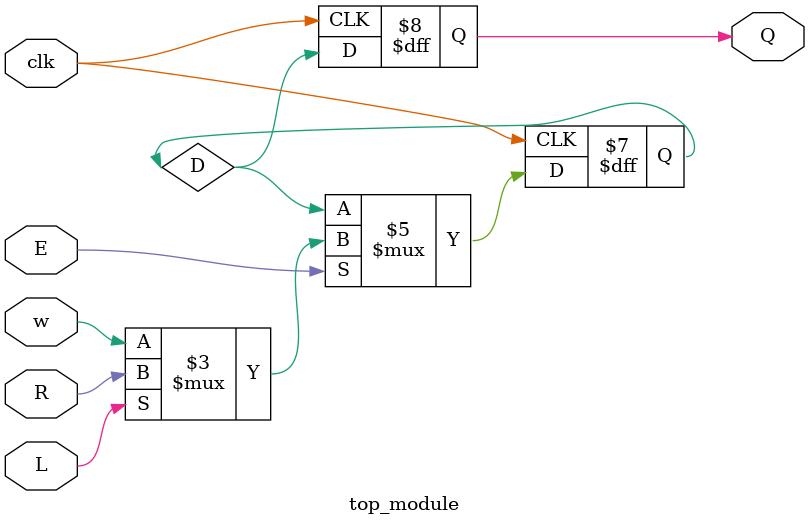
<source format=sv>
module top_module (
    input clk,
    input w,
    input R,
    input E,
    input L,
    output reg Q
);

reg D;

always @(posedge clk) begin
    if (E) begin
        if (L) begin
            D <= R;
        end else begin
            D <= w;
        end
    end
    Q <= D;
end

endmodule

</source>
